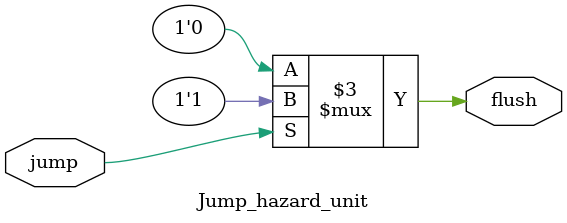
<source format=v>
module Jump_hazard_unit (
    jump,
    flush
);

input jump;
output reg flush;
always @(*) begin
    if (jump) begin
        flush=1'b1; 
    end else begin
        flush=1'b0; 
    end
end
    
endmodule
</source>
